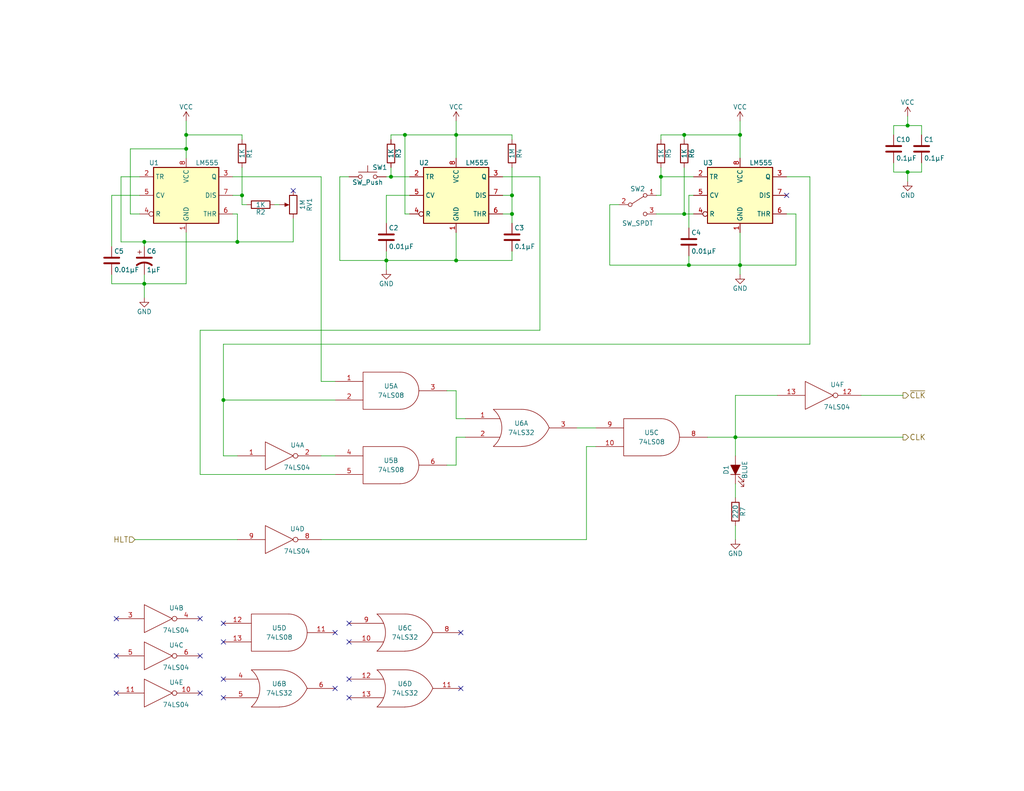
<source format=kicad_sch>
(kicad_sch (version 20230121) (generator eeschema)
  (paper "USLetter")
  (lib_symbols
    (symbol "8bit-computer-rescue:74LS04-8bit-computer-rescue" (pin_names (offset 0.762))
      (property "Reference" "U" (at 4.953 2.921 0))
      (property "Value" "8bit-computer-rescue:74LS04" (at 4.826 -3.175 0))
      (symbol "74LS04-8bit-computer-rescue_0_0"
        (polyline (pts (xy -3.81 3.81) (xy -3.81 -3.81) (xy 3.81 0) (xy -3.81 3.81)))
        (pin power_in line (at -1.27 2.54 90) (length 0) hide (name "VCC") (number "14"))
        (pin power_in line (at -1.27 -2.54 90) (length 0) hide (name "GND") (number "7"))
      )
      (symbol "74LS04-8bit-computer-rescue_1_1"
        (pin input line (at -11.43 0 0) (length 7.62) (name "~") (number "1"))
        (pin output inverted (at 11.43 0 180) (length 7.62) (name "~") (number "2"))
      )
      (symbol "74LS04-8bit-computer-rescue_1_2"
        (pin input inverted (at -11.43 0 0) (length 7.62) (name "~") (number "1"))
        (pin output line (at 11.43 0 180) (length 7.62) (name "~") (number "2"))
      )
      (symbol "74LS04-8bit-computer-rescue_2_1"
        (pin input line (at -11.43 0 0) (length 7.62) (name "~") (number "3"))
        (pin output inverted (at 11.43 0 180) (length 7.62) (name "~") (number "4"))
      )
      (symbol "74LS04-8bit-computer-rescue_2_2"
        (pin input inverted (at -11.43 0 0) (length 7.62) (name "~") (number "3"))
        (pin output line (at 11.43 0 180) (length 7.62) (name "~") (number "4"))
      )
      (symbol "74LS04-8bit-computer-rescue_3_1"
        (pin input line (at -11.43 0 0) (length 7.62) (name "~") (number "5"))
        (pin output inverted (at 11.43 0 180) (length 7.62) (name "~") (number "6"))
      )
      (symbol "74LS04-8bit-computer-rescue_3_2"
        (pin input inverted (at -11.43 0 0) (length 7.62) (name "~") (number "5"))
        (pin output line (at 11.43 0 180) (length 7.62) (name "~") (number "6"))
      )
      (symbol "74LS04-8bit-computer-rescue_4_1"
        (pin output inverted (at 11.43 0 180) (length 7.62) (name "~") (number "8"))
        (pin input line (at -11.43 0 0) (length 7.62) (name "~") (number "9"))
      )
      (symbol "74LS04-8bit-computer-rescue_4_2"
        (pin output line (at 11.43 0 180) (length 7.62) (name "~") (number "8"))
        (pin input inverted (at -11.43 0 0) (length 7.62) (name "~") (number "9"))
      )
      (symbol "74LS04-8bit-computer-rescue_5_1"
        (pin output inverted (at 11.43 0 180) (length 7.62) (name "~") (number "10"))
        (pin input line (at -11.43 0 0) (length 7.62) (name "~") (number "11"))
      )
      (symbol "74LS04-8bit-computer-rescue_5_2"
        (pin output line (at 11.43 0 180) (length 7.62) (name "~") (number "10"))
        (pin input inverted (at -11.43 0 0) (length 7.62) (name "~") (number "11"))
      )
      (symbol "74LS04-8bit-computer-rescue_6_1"
        (pin output inverted (at 11.43 0 180) (length 7.62) (name "~") (number "12"))
        (pin input line (at -11.43 0 0) (length 7.62) (name "~") (number "13"))
      )
      (symbol "74LS04-8bit-computer-rescue_6_2"
        (pin output line (at 11.43 0 180) (length 7.62) (name "~") (number "12"))
        (pin input inverted (at -11.43 0 0) (length 7.62) (name "~") (number "13"))
      )
    )
    (symbol "8bit-computer-rescue:74LS08-8bit-computer-rescue" (pin_names (offset 0.762))
      (property "Reference" "U" (at 0 1.27 0))
      (property "Value" "8bit-computer-rescue:74LS08" (at 0 -1.27 0))
      (symbol "74LS08-8bit-computer-rescue_0_0"
        (pin power_in line (at -5.08 5.08 90) (length 0) hide (name "VCC") (number "14"))
        (pin power_in line (at -5.08 -5.08 90) (length 0) hide (name "GND") (number "7"))
      )
      (symbol "74LS08-8bit-computer-rescue_0_1"
        (polyline (pts (xy 2.54 5.08) (xy -7.62 5.08) (xy -7.62 -5.08) (xy 2.54 -5.08)))
        (arc (start 2.5654 -5.0546) (mid 7.5947 0.0001) (end 2.5654 5.08))
      )
      (symbol "74LS08-8bit-computer-rescue_0_2"
        (arc (start -7.62 -5.0292) (mid -5.3094 0.0082) (end -7.62 5.0546))
        (arc (start 0 -5.0546) (mid 4.5632 -3.6449) (end 7.5946 0.0508))
        (polyline (pts (xy -7.62 -5.08) (xy 0 -5.08)))
        (polyline (pts (xy -7.62 5.08) (xy 0 5.08)))
        (arc (start 7.62 0) (mid 4.6132 3.6946) (end 0.0508 5.08))
      )
      (symbol "74LS08-8bit-computer-rescue_1_1"
        (pin input line (at -15.24 2.54 0) (length 7.62) (name "~") (number "1"))
        (pin input line (at -15.24 -2.54 0) (length 7.62) (name "~") (number "2"))
        (pin output line (at 15.24 0 180) (length 7.62) (name "~") (number "3"))
      )
      (symbol "74LS08-8bit-computer-rescue_1_2"
        (pin input inverted (at -15.24 2.54 0) (length 9.398) (name "~") (number "1"))
        (pin input inverted (at -15.24 -2.54 0) (length 9.398) (name "~") (number "2"))
        (pin output inverted (at 15.24 0 180) (length 7.62) (name "~") (number "3"))
      )
      (symbol "74LS08-8bit-computer-rescue_2_1"
        (pin input line (at -15.24 2.54 0) (length 7.62) (name "~") (number "4"))
        (pin input line (at -15.24 -2.54 0) (length 7.62) (name "~") (number "5"))
        (pin output line (at 15.24 0 180) (length 7.62) (name "~") (number "6"))
      )
      (symbol "74LS08-8bit-computer-rescue_2_2"
        (pin input inverted (at -15.24 2.54 0) (length 9.398) (name "~") (number "4"))
        (pin input inverted (at -15.24 -2.54 0) (length 9.398) (name "~") (number "5"))
        (pin output inverted (at 15.24 0 180) (length 7.62) (name "~") (number "6"))
      )
      (symbol "74LS08-8bit-computer-rescue_3_1"
        (pin input line (at -15.24 -2.54 0) (length 7.62) (name "~") (number "10"))
        (pin output line (at 15.24 0 180) (length 7.62) (name "~") (number "8"))
        (pin input line (at -15.24 2.54 0) (length 7.62) (name "~") (number "9"))
      )
      (symbol "74LS08-8bit-computer-rescue_3_2"
        (pin input inverted (at -15.24 -2.54 0) (length 9.398) (name "~") (number "10"))
        (pin output inverted (at 15.24 0 180) (length 7.62) (name "~") (number "8"))
        (pin input inverted (at -15.24 2.54 0) (length 9.398) (name "~") (number "9"))
      )
      (symbol "74LS08-8bit-computer-rescue_4_1"
        (pin output line (at 15.24 0 180) (length 7.62) (name "~") (number "11"))
        (pin input line (at -15.24 2.54 0) (length 7.62) (name "~") (number "12"))
        (pin input line (at -15.24 -2.54 0) (length 7.62) (name "~") (number "13"))
      )
      (symbol "74LS08-8bit-computer-rescue_4_2"
        (pin output inverted (at 15.24 0 180) (length 7.62) (name "~") (number "11"))
        (pin input inverted (at -15.24 2.54 0) (length 9.398) (name "~") (number "12"))
        (pin input inverted (at -15.24 -2.54 0) (length 9.398) (name "~") (number "13"))
      )
    )
    (symbol "8bit-computer-rescue:74LS32-8bit-computer-rescue" (pin_names (offset 0.762))
      (property "Reference" "U" (at 0 1.27 0))
      (property "Value" "8bit-computer-rescue:74LS32" (at 0 -1.27 0))
      (symbol "74LS32-8bit-computer-rescue_0_0"
        (pin power_in line (at -5.08 5.08 90) (length 0) hide (name "VCC") (number "14"))
        (pin power_in line (at -5.08 -5.08 90) (length 0) hide (name "GND") (number "7"))
      )
      (symbol "74LS32-8bit-computer-rescue_0_1"
        (arc (start -7.62 -5.0292) (mid -5.3094 0.0082) (end -7.62 5.0546))
        (arc (start 0 -5.0546) (mid 4.5632 -3.6449) (end 7.5946 0.0508))
        (polyline (pts (xy -7.62 -5.08) (xy 0 -5.08)))
        (polyline (pts (xy -7.62 5.08) (xy 0 5.08)))
        (arc (start 7.62 0) (mid 4.6132 3.6946) (end 0.0508 5.08))
      )
      (symbol "74LS32-8bit-computer-rescue_0_2"
        (polyline (pts (xy 2.54 5.08) (xy -7.62 5.08) (xy -7.62 -5.08) (xy 2.54 -5.08)))
        (arc (start 2.5654 -5.0546) (mid 7.5947 0.0001) (end 2.5654 5.08))
      )
      (symbol "74LS32-8bit-computer-rescue_1_1"
        (pin input line (at -15.24 2.54 0) (length 9.398) (name "~") (number "1"))
        (pin input line (at -15.24 -2.54 0) (length 9.398) (name "~") (number "2"))
        (pin output line (at 15.24 0 180) (length 7.62) (name "~") (number "3"))
      )
      (symbol "74LS32-8bit-computer-rescue_1_2"
        (pin input inverted (at -15.24 2.54 0) (length 7.62) (name "~") (number "1"))
        (pin input inverted (at -15.24 -2.54 0) (length 7.62) (name "~") (number "2"))
        (pin output inverted (at 15.24 0 180) (length 7.62) (name "~") (number "3"))
      )
      (symbol "74LS32-8bit-computer-rescue_2_1"
        (pin input line (at -15.24 2.54 0) (length 9.398) (name "~") (number "4"))
        (pin input line (at -15.24 -2.54 0) (length 9.398) (name "~") (number "5"))
        (pin output line (at 15.24 0 180) (length 7.62) (name "~") (number "6"))
      )
      (symbol "74LS32-8bit-computer-rescue_2_2"
        (pin input inverted (at -15.24 2.54 0) (length 7.62) (name "~") (number "4"))
        (pin input inverted (at -15.24 -2.54 0) (length 7.62) (name "~") (number "5"))
        (pin output inverted (at 15.24 0 180) (length 7.62) (name "~") (number "6"))
      )
      (symbol "74LS32-8bit-computer-rescue_3_1"
        (pin input line (at -15.24 -2.54 0) (length 9.398) (name "~") (number "10"))
        (pin output line (at 15.24 0 180) (length 7.62) (name "~") (number "8"))
        (pin input line (at -15.24 2.54 0) (length 9.398) (name "~") (number "9"))
      )
      (symbol "74LS32-8bit-computer-rescue_3_2"
        (pin input inverted (at -15.24 -2.54 0) (length 7.62) (name "~") (number "10"))
        (pin output inverted (at 15.24 0 180) (length 7.62) (name "~") (number "8"))
        (pin input inverted (at -15.24 2.54 0) (length 7.62) (name "~") (number "9"))
      )
      (symbol "74LS32-8bit-computer-rescue_4_1"
        (pin output line (at 15.24 0 180) (length 7.62) (name "~") (number "11"))
        (pin input line (at -15.24 2.54 0) (length 9.398) (name "~") (number "12"))
        (pin input line (at -15.24 -2.54 0) (length 9.398) (name "~") (number "13"))
      )
      (symbol "74LS32-8bit-computer-rescue_4_2"
        (pin output inverted (at 15.24 0 180) (length 7.62) (name "~") (number "11"))
        (pin input inverted (at -15.24 2.54 0) (length 7.62) (name "~") (number "12"))
        (pin input inverted (at -15.24 -2.54 0) (length 7.62) (name "~") (number "13"))
      )
    )
    (symbol "8bit-computer-rescue:CP1-Device" (pin_numbers hide) (pin_names (offset 0.254) hide)
      (property "Reference" "C" (at 0.635 2.54 0))
      (property "Value" "Device:CP1" (at 0.635 -2.54 0))
      (symbol "CP1-Device_0_1"
        (polyline (pts (xy -2.032 0.762) (xy 2.032 0.762)) (stroke (width 0.508)))
        (polyline (pts (xy -1.778 2.286) (xy -0.762 2.286)))
        (polyline (pts (xy -1.27 1.778) (xy -1.27 2.794)))
        (arc (start 2.032 -1.27) (mid 0 -0.5572) (end -2.032 -1.27) (stroke (width 0.508)))
      )
      (symbol "CP1-Device_1_1"
        (pin passive line (at 0 3.81 270) (length 2.794) (name "~") (number "1"))
        (pin passive line (at 0 -3.81 90) (length 3.302) (name "~") (number "2"))
      )
    )
    (symbol "8bit-computer-rescue:LED_ALT-Device" (pin_numbers hide) (pin_names (offset 1.016) hide)
      (property "Reference" "D" (at 0 2.54 0))
      (property "Value" "Device:LED_ALT" (at 0 -2.54 0))
      (symbol "LED_ALT-Device_0_1"
        (polyline (pts (xy -1.27 -1.27) (xy -1.27 1.27)) (stroke (width 0.2032)))
        (polyline (pts (xy -1.27 0) (xy 1.27 0)))
        (polyline (pts (xy 1.27 -1.27) (xy 1.27 1.27) (xy -1.27 0) (xy 1.27 -1.27)) (stroke (width 0.2032)) (fill (type outline)))
        (polyline (pts (xy -3.048 -0.762) (xy -4.572 -2.286) (xy -3.81 -2.286) (xy -4.572 -2.286) (xy -4.572 -1.524)))
        (polyline (pts (xy -1.778 -0.762) (xy -3.302 -2.286) (xy -2.54 -2.286) (xy -3.302 -2.286) (xy -3.302 -1.524)))
      )
      (symbol "LED_ALT-Device_1_1"
        (pin passive line (at -3.81 0 0) (length 2.54) (name "K") (number "1"))
        (pin passive line (at 3.81 0 180) (length 2.54) (name "A") (number "2"))
      )
    )
    (symbol "8bit-computer-rescue:LM555-8bit-computer-rescue"
      (property "Reference" "U" (at -10.16 8.89 0))
      (property "Value" "8bit-computer-rescue:LM555" (at 2.54 8.89 0))
      (symbol "LM555-8bit-computer-rescue_0_0"
        (pin power_in line (at 0 -10.16 90) (length 2.54) (name "GND") (number "1"))
        (pin power_in line (at 0 10.16 270) (length 2.54) (name "VCC") (number "8"))
      )
      (symbol "LM555-8bit-computer-rescue_0_1"
        (rectangle (start -8.89 -7.62) (end 8.89 7.62) (stroke (width 0.254)) (fill (type background)))
        (rectangle (start -8.89 -7.62) (end 8.89 7.62) (stroke (width 0.254)) (fill (type background)))
      )
      (symbol "LM555-8bit-computer-rescue_1_1"
        (pin input line (at -12.7 5.08 0) (length 3.81) (name "TR") (number "2"))
        (pin output line (at 12.7 5.08 180) (length 3.81) (name "Q") (number "3"))
        (pin input inverted (at -12.7 -5.08 0) (length 3.81) (name "R") (number "4"))
        (pin input line (at -12.7 0 0) (length 3.81) (name "CV") (number "5"))
        (pin input line (at 12.7 -5.08 180) (length 3.81) (name "THR") (number "6"))
        (pin input line (at 12.7 0 180) (length 3.81) (name "DIS") (number "7"))
      )
    )
    (symbol "8bit-computer-rescue:POT-8bit-computer-rescue" (pin_numbers hide) (pin_names (offset 1.016) hide)
      (property "Reference" "RV" (at -4.445 0 90))
      (property "Value" "8bit-computer-rescue:POT" (at -2.54 0 90))
      (symbol "POT-8bit-computer-rescue_0_1"
        (polyline (pts (xy 2.54 0) (xy 1.524 0)))
        (polyline (pts (xy 1.143 0) (xy 2.286 0.508) (xy 2.286 -0.508)) (fill (type outline)))
        (rectangle (start 1.016 2.54) (end -1.016 -2.54) (stroke (width 0.254)))
      )
      (symbol "POT-8bit-computer-rescue_1_1"
        (pin passive line (at 0 3.81 270) (length 1.27) (name "1") (number "1"))
        (pin passive line (at 3.81 0 180) (length 1.27) (name "2") (number "2"))
        (pin passive line (at 0 -3.81 90) (length 1.27) (name "3") (number "3"))
      )
    )
    (symbol "8bit-computer-rescue:SW_Push-8bit-computer-rescue" (pin_numbers hide) (pin_names (offset 1.016) hide)
      (property "Reference" "SW" (at 1.27 2.54 0))
      (property "Value" "8bit-computer-rescue:SW_Push" (at 0 -1.524 0))
      (symbol "SW_Push-8bit-computer-rescue_0_1"
        (circle (center -2.032 0) (radius 0.508))
        (polyline (pts (xy 0 1.27) (xy 0 3.048)))
        (polyline (pts (xy 2.54 1.27) (xy -2.54 1.27)))
        (circle (center 2.032 0) (radius 0.508))
        (pin passive line (at -5.08 0 0) (length 2.54) (name "1") (number "1"))
        (pin passive line (at 5.08 0 180) (length 2.54) (name "2") (number "2"))
      )
    )
    (symbol "8bit-computer-rescue:SW_SPDT-8bit-computer-rescue" (pin_names (offset 0) hide)
      (property "Reference" "SW" (at 0 4.318 0))
      (property "Value" "8bit-computer-rescue:SW_SPDT" (at 0 -5.08 0))
      (symbol "SW_SPDT-8bit-computer-rescue_0_0"
        (circle (center -2.032 0) (radius 0.508))
        (circle (center 2.032 -2.54) (radius 0.508))
      )
      (symbol "SW_SPDT-8bit-computer-rescue_0_1"
        (polyline (pts (xy -1.524 0.254) (xy 1.651 2.286)))
        (circle (center 2.032 2.54) (radius 0.508))
      )
      (symbol "SW_SPDT-8bit-computer-rescue_1_1"
        (pin passive line (at 5.08 2.54 180) (length 2.54) (name "A") (number "1"))
        (pin passive line (at -5.08 0 0) (length 2.54) (name "B") (number "2"))
        (pin passive line (at 5.08 -2.54 180) (length 2.54) (name "C") (number "3"))
      )
    )
    (symbol "Device:C" (pin_numbers hide) (pin_names (offset 0.254))
      (property "Reference" "C" (at 0.635 2.54 0))
      (property "Value" "C" (at 0.635 -2.54 0))
      (symbol "C_0_1"
        (polyline (pts (xy -2.032 -0.762) (xy 2.032 -0.762)) (stroke (width 0.508)))
        (polyline (pts (xy -2.032 0.762) (xy 2.032 0.762)) (stroke (width 0.508)))
      )
      (symbol "C_1_1"
        (pin passive line (at 0 3.81 270) (length 2.794) (name "~") (number "1"))
        (pin passive line (at 0 -3.81 90) (length 2.794) (name "~") (number "2"))
      )
    )
    (symbol "Device:R" (pin_numbers hide) (pin_names (offset 0))
      (property "Reference" "R" (at 2.032 0 90))
      (property "Value" "R" (at 0 0 90))
      (symbol "R_0_1"
        (rectangle (start -1.016 -2.54) (end 1.016 2.54) (stroke (width 0.254)))
      )
      (symbol "R_1_1"
        (pin passive line (at 0 3.81 270) (length 1.27) (name "~") (number "1"))
        (pin passive line (at 0 -3.81 90) (length 1.27) (name "~") (number "2"))
      )
    )
    (symbol "power:GND" (power) (pin_names (offset 0))
      (property "Value" "GND" (at 0 -3.81 0))
      (symbol "GND_0_1"
        (polyline (pts (xy 0 0) (xy 0 -1.27) (xy 1.27 -1.27) (xy 0 -2.54) (xy -1.27 -1.27) (xy 0 -1.27)))
      )
      (symbol "GND_1_1"
        (pin power_in line (at 0 0 270) (length 0) hide (name "GND") (number "1"))
      )
    )
    (symbol "power:VCC" (power) (pin_names (offset 0))
      (property "Value" "VCC" (at 0 3.81 0))
      (symbol "VCC_0_1"
        (polyline (pts (xy -0.762 1.27) (xy 0 2.54)))
        (polyline (pts (xy 0 0) (xy 0 2.54)))
        (polyline (pts (xy 0 2.54) (xy 0.762 1.27)))
      )
      (symbol "VCC_1_1"
        (pin power_in line (at 0 0 90) (length 0) hide (name "VCC") (number "1"))
      )
    )
  )
  (junction (at 105.41 71.12))
  (junction (at 106.68 48.26))
  (junction (at 139.7 53.34))
  (junction (at 186.69 58.42))
  (junction (at 39.37 66.04))
  (junction (at 110.49 36.83))
  (junction (at 50.8 40.64))
  (junction (at 201.93 72.39))
  (junction (at 64.77 66.04))
  (junction (at 60.96 109.22))
  (junction (at 201.93 36.83))
  (junction (at 180.34 48.26))
  (junction (at 50.8 36.83))
  (junction (at 247.65 46.99))
  (junction (at 124.46 71.12))
  (junction (at 247.65 34.29))
  (junction (at 39.37 77.47))
  (junction (at 187.96 72.39))
  (junction (at 186.69 36.83))
  (junction (at 124.46 36.83))
  (junction (at 139.7 58.42))
  (junction (at 66.04 53.34))
  (junction (at 200.66 119.38))
  (no_connect (at 95.25 170.18))
  (no_connect (at 125.73 172.72))
  (no_connect (at 60.96 175.26))
  (no_connect (at 95.25 190.5))
  (no_connect (at 60.96 190.5))
  (no_connect (at 91.44 172.72))
  (no_connect (at 31.75 189.23))
  (no_connect (at 31.75 179.07))
  (no_connect (at 60.96 185.42))
  (no_connect (at 95.25 175.26))
  (no_connect (at 54.61 189.23))
  (no_connect (at 125.73 187.96))
  (no_connect (at 54.61 179.07))
  (no_connect (at 95.25 185.42))
  (no_connect (at 80.01 52.07))
  (no_connect (at 31.75 168.91))
  (no_connect (at 214.63 53.34))
  (no_connect (at 60.96 170.18))
  (no_connect (at 91.44 187.96))
  (no_connect (at 54.61 168.91))
  (wire (pts (xy 60.96 93.98) (xy 60.96 109.22)))
  (wire (pts (xy 124.46 119.38) (xy 124.46 127)))
  (wire (pts (xy 247.65 46.99) (xy 251.46 46.99)))
  (wire (pts (xy 60.96 124.46) (xy 64.77 124.46)))
  (wire (pts (xy 30.48 77.47) (xy 39.37 77.47)))
  (wire (pts (xy 251.46 34.29) (xy 251.46 36.83)))
  (wire (pts (xy 243.84 46.99) (xy 247.65 46.99)))
  (wire (pts (xy 64.77 66.04) (xy 80.01 66.04)))
  (wire (pts (xy 180.34 45.72) (xy 180.34 48.26)))
  (wire (pts (xy 66.04 38.1) (xy 66.04 36.83)))
  (wire (pts (xy 105.41 68.58) (xy 105.41 71.12)))
  (wire (pts (xy 139.7 36.83) (xy 139.7 38.1)))
  (wire (pts (xy 251.46 44.45) (xy 251.46 46.99)))
  (wire (pts (xy 38.1 53.34) (xy 30.48 53.34)))
  (wire (pts (xy 180.34 48.26) (xy 189.23 48.26)))
  (wire (pts (xy 110.49 58.42) (xy 111.76 58.42)))
  (wire (pts (xy 247.65 49.53) (xy 247.65 46.99)))
  (wire (pts (xy 139.7 71.12) (xy 139.7 68.58)))
  (wire (pts (xy 137.16 53.34) (xy 139.7 53.34)))
  (wire (pts (xy 166.37 72.39) (xy 187.96 72.39)))
  (wire (pts (xy 180.34 53.34) (xy 179.07 53.34)))
  (wire (pts (xy 180.34 36.83) (xy 186.69 36.83)))
  (wire (pts (xy 64.77 66.04) (xy 64.77 58.42)))
  (wire (pts (xy 66.04 55.88) (xy 67.31 55.88)))
  (wire (pts (xy 30.48 74.93) (xy 30.48 77.47)))
  (wire (pts (xy 110.49 36.83) (xy 124.46 36.83)))
  (wire (pts (xy 60.96 93.98) (xy 220.98 93.98)))
  (wire (pts (xy 50.8 77.47) (xy 50.8 63.5)))
  (wire (pts (xy 243.84 44.45) (xy 243.84 46.99)))
  (wire (pts (xy 200.66 119.38) (xy 200.66 124.46)))
  (wire (pts (xy 92.71 48.26) (xy 92.71 71.12)))
  (wire (pts (xy 179.07 58.42) (xy 186.69 58.42)))
  (wire (pts (xy 186.69 45.72) (xy 186.69 58.42)))
  (wire (pts (xy 50.8 36.83) (xy 50.8 40.64)))
  (wire (pts (xy 124.46 71.12) (xy 139.7 71.12)))
  (wire (pts (xy 200.66 132.08) (xy 200.66 135.89)))
  (wire (pts (xy 124.46 36.83) (xy 139.7 36.83)))
  (wire (pts (xy 38.1 48.26) (xy 33.02 48.26)))
  (wire (pts (xy 54.61 90.17) (xy 54.61 129.54)))
  (wire (pts (xy 220.98 93.98) (xy 220.98 48.26)))
  (wire (pts (xy 87.63 147.32) (xy 160.02 147.32)))
  (wire (pts (xy 200.66 119.38) (xy 246.38 119.38)))
  (wire (pts (xy 35.56 58.42) (xy 35.56 40.64)))
  (wire (pts (xy 105.41 53.34) (xy 105.41 60.96)))
  (wire (pts (xy 106.68 45.72) (xy 106.68 48.26)))
  (wire (pts (xy 187.96 53.34) (xy 187.96 62.23)))
  (wire (pts (xy 39.37 77.47) (xy 39.37 81.28)))
  (wire (pts (xy 66.04 45.72) (xy 66.04 53.34)))
  (wire (pts (xy 60.96 109.22) (xy 60.96 124.46)))
  (wire (pts (xy 33.02 48.26) (xy 33.02 66.04)))
  (wire (pts (xy 124.46 71.12) (xy 124.46 63.5)))
  (wire (pts (xy 110.49 58.42) (xy 110.49 36.83)))
  (wire (pts (xy 200.66 147.32) (xy 200.66 143.51)))
  (wire (pts (xy 139.7 58.42) (xy 137.16 58.42)))
  (wire (pts (xy 35.56 40.64) (xy 50.8 40.64)))
  (wire (pts (xy 87.63 104.14) (xy 91.44 104.14)))
  (wire (pts (xy 124.46 36.83) (xy 124.46 43.18)))
  (wire (pts (xy 217.17 58.42) (xy 214.63 58.42)))
  (wire (pts (xy 66.04 36.83) (xy 50.8 36.83)))
  (wire (pts (xy 201.93 33.02) (xy 201.93 36.83)))
  (wire (pts (xy 139.7 58.42) (xy 139.7 60.96)))
  (wire (pts (xy 36.83 147.32) (xy 64.77 147.32)))
  (wire (pts (xy 60.96 109.22) (xy 91.44 109.22)))
  (wire (pts (xy 54.61 129.54) (xy 91.44 129.54)))
  (wire (pts (xy 139.7 53.34) (xy 139.7 58.42)))
  (wire (pts (xy 201.93 36.83) (xy 201.93 43.18)))
  (wire (pts (xy 38.1 58.42) (xy 35.56 58.42)))
  (wire (pts (xy 186.69 58.42) (xy 189.23 58.42)))
  (wire (pts (xy 111.76 53.34) (xy 105.41 53.34)))
  (wire (pts (xy 137.16 48.26) (xy 147.32 48.26)))
  (wire (pts (xy 106.68 36.83) (xy 110.49 36.83)))
  (wire (pts (xy 63.5 48.26) (xy 87.63 48.26)))
  (wire (pts (xy 39.37 66.04) (xy 64.77 66.04)))
  (wire (pts (xy 247.65 34.29) (xy 247.65 31.75)))
  (wire (pts (xy 189.23 53.34) (xy 187.96 53.34)))
  (wire (pts (xy 193.04 119.38) (xy 200.66 119.38)))
  (wire (pts (xy 201.93 63.5) (xy 201.93 72.39)))
  (wire (pts (xy 168.91 55.88) (xy 166.37 55.88)))
  (wire (pts (xy 157.48 116.84) (xy 162.56 116.84)))
  (wire (pts (xy 74.93 55.88) (xy 76.2 55.88)))
  (wire (pts (xy 201.93 72.39) (xy 201.93 74.93)))
  (wire (pts (xy 87.63 48.26) (xy 87.63 104.14)))
  (wire (pts (xy 105.41 48.26) (xy 106.68 48.26)))
  (wire (pts (xy 124.46 33.02) (xy 124.46 36.83)))
  (wire (pts (xy 64.77 58.42) (xy 63.5 58.42)))
  (wire (pts (xy 180.34 48.26) (xy 180.34 53.34)))
  (wire (pts (xy 180.34 38.1) (xy 180.34 36.83)))
  (wire (pts (xy 50.8 40.64) (xy 50.8 43.18)))
  (wire (pts (xy 220.98 48.26) (xy 214.63 48.26)))
  (wire (pts (xy 127 119.38) (xy 124.46 119.38)))
  (wire (pts (xy 186.69 36.83) (xy 201.93 36.83)))
  (wire (pts (xy 160.02 121.92) (xy 162.56 121.92)))
  (wire (pts (xy 247.65 34.29) (xy 251.46 34.29)))
  (wire (pts (xy 124.46 106.68) (xy 124.46 114.3)))
  (wire (pts (xy 139.7 45.72) (xy 139.7 53.34)))
  (wire (pts (xy 105.41 71.12) (xy 124.46 71.12)))
  (wire (pts (xy 33.02 66.04) (xy 39.37 66.04)))
  (wire (pts (xy 187.96 69.85) (xy 187.96 72.39)))
  (wire (pts (xy 124.46 127) (xy 121.92 127)))
  (wire (pts (xy 87.63 124.46) (xy 91.44 124.46)))
  (wire (pts (xy 243.84 36.83) (xy 243.84 34.29)))
  (wire (pts (xy 147.32 90.17) (xy 54.61 90.17)))
  (wire (pts (xy 30.48 53.34) (xy 30.48 67.31)))
  (wire (pts (xy 92.71 71.12) (xy 105.41 71.12)))
  (wire (pts (xy 201.93 72.39) (xy 217.17 72.39)))
  (wire (pts (xy 121.92 106.68) (xy 124.46 106.68)))
  (wire (pts (xy 106.68 48.26) (xy 111.76 48.26)))
  (wire (pts (xy 39.37 66.04) (xy 39.37 67.31)))
  (wire (pts (xy 66.04 53.34) (xy 66.04 55.88)))
  (wire (pts (xy 217.17 72.39) (xy 217.17 58.42)))
  (wire (pts (xy 186.69 38.1) (xy 186.69 36.83)))
  (wire (pts (xy 187.96 72.39) (xy 201.93 72.39)))
  (wire (pts (xy 80.01 66.04) (xy 80.01 59.69)))
  (wire (pts (xy 105.41 71.12) (xy 105.41 73.66)))
  (wire (pts (xy 160.02 147.32) (xy 160.02 121.92)))
  (wire (pts (xy 246.38 107.95) (xy 234.95 107.95)))
  (wire (pts (xy 124.46 114.3) (xy 127 114.3)))
  (wire (pts (xy 39.37 77.47) (xy 50.8 77.47)))
  (wire (pts (xy 166.37 55.88) (xy 166.37 72.39)))
  (wire (pts (xy 200.66 107.95) (xy 200.66 119.38)))
  (wire (pts (xy 147.32 48.26) (xy 147.32 90.17)))
  (wire (pts (xy 50.8 33.02) (xy 50.8 36.83)))
  (wire (pts (xy 243.84 34.29) (xy 247.65 34.29)))
  (wire (pts (xy 39.37 74.93) (xy 39.37 77.47)))
  (wire (pts (xy 63.5 53.34) (xy 66.04 53.34)))
  (wire (pts (xy 95.25 48.26) (xy 92.71 48.26)))
  (wire (pts (xy 106.68 36.83) (xy 106.68 38.1)))
  (wire (pts (xy 200.66 107.95) (xy 212.09 107.95)))
  (hierarchical_label "CLK" (shape output) (at 246.38 119.38 0) (effects (font (size 1.524 1.524))))
  (hierarchical_label "~{CLK}" (shape output) (at 246.38 107.95 0) (effects (font (size 1.524 1.524))))
  (hierarchical_label "HLT" (shape input) (at 36.83 147.32 180) (effects (font (size 1.524 1.524))))
  (symbol (lib_id "8bit-computer-rescue:LM555-8bit-computer-rescue") (at 50.8 53.34 0) (unit 1)
    (property "Reference" "U1" (at 40.64 44.45 0) (effects (justify left)))
    (property "Value" "LM555" (at 53.34 44.45 0) (effects (justify left)))
    (property "Footprint" "Package_DIP:DIP-8_W7.62mm" (effects hide))
  )
  (symbol (lib_id "Device:R") (at 66.04 41.91 0) (unit 1)
    (property "Reference" "R1" (at 68.072 41.91 90))
    (property "Value" "1K" (at 66.04 41.91 90))
    (property "Footprint" "Resistor_THT:R_Axial_DIN0207_L6.3mm_D2.5mm_P7.62mm_Horizontal" (effects hide))
  )
  (symbol (lib_id "Device:R") (at 106.68 41.91 0) (unit 1)
    (property "Reference" "R3" (at 108.712 41.91 90))
    (property "Value" "1K" (at 106.68 41.91 90))
    (property "Footprint" "Resistor_THT:R_Axial_DIN0207_L6.3mm_D2.5mm_P7.62mm_Horizontal" (effects hide))
  )
  (symbol (lib_id "Device:R") (at 186.69 41.91 0) (unit 1)
    (property "Reference" "R6" (at 188.722 41.91 90))
    (property "Value" "1K" (at 186.69 41.91 90))
    (property "Footprint" "Resistor_THT:R_Axial_DIN0207_L6.3mm_D2.5mm_P7.62mm_Horizontal" (effects hide))
  )
  (symbol (lib_id "Device:R") (at 180.34 41.91 0) (unit 1)
    (property "Reference" "R5" (at 182.372 41.91 90))
    (property "Value" "1K" (at 180.34 41.91 90))
    (property "Footprint" "Resistor_THT:R_Axial_DIN0207_L6.3mm_D2.5mm_P7.62mm_Horizontal" (effects hide))
  )
  (symbol (lib_id "Device:R") (at 139.7 41.91 0) (unit 1)
    (property "Reference" "R4" (at 141.732 41.91 90))
    (property "Value" "1M" (at 139.7 41.91 90))
    (property "Footprint" "Resistor_THT:R_Axial_DIN0207_L6.3mm_D2.5mm_P7.62mm_Horizontal" (effects hide))
  )
  (symbol (lib_id "8bit-computer-rescue:POT-8bit-computer-rescue") (at 80.01 55.88 180) (unit 1)
    (property "Reference" "RV1" (at 84.455 55.88 90))
    (property "Value" "1M" (at 82.55 55.88 90))
    (property "Footprint" "8bit-custom-footprints:Potentiometer-5.5mm" (effects hide))
  )
  (symbol (lib_id "Device:C") (at 30.48 71.12 0) (unit 1)
    (property "Reference" "C5" (at 31.115 68.58 0) (effects (justify left)))
    (property "Value" "0.01µF" (at 31.115 73.66 0) (effects (justify left)))
    (property "Footprint" "Capacitor_THT:C_Disc_D4.3mm_W1.9mm_P5.00mm" (effects hide))
  )
  (symbol (lib_id "Device:C") (at 105.41 64.77 0) (unit 1)
    (property "Reference" "C2" (at 106.045 62.23 0) (effects (justify left)))
    (property "Value" "0.01µF" (at 106.045 67.31 0) (effects (justify left)))
    (property "Footprint" "Capacitor_THT:C_Disc_D4.3mm_W1.9mm_P5.00mm" (effects hide))
  )
  (symbol (lib_id "Device:C") (at 187.96 66.04 0) (unit 1)
    (property "Reference" "C4" (at 188.595 63.5 0) (effects (justify left)))
    (property "Value" "0.01µF" (at 188.595 68.58 0) (effects (justify left)))
    (property "Footprint" "Capacitor_THT:C_Disc_D4.3mm_W1.9mm_P5.00mm" (effects hide))
  )
  (symbol (lib_id "Device:C") (at 139.7 64.77 0) (unit 1)
    (property "Reference" "C3" (at 140.335 62.23 0) (effects (justify left)))
    (property "Value" "0.1µF" (at 140.335 67.31 0) (effects (justify left)))
    (property "Footprint" "Capacitor_THT:C_Disc_D4.3mm_W1.9mm_P5.00mm" (effects hide))
  )
  (symbol (lib_id "Device:C") (at 251.46 40.64 0) (unit 1)
    (property "Reference" "C1" (at 252.095 38.1 0) (effects (justify left)))
    (property "Value" "0.1µF" (at 252.095 43.18 0) (effects (justify left)))
    (property "Footprint" "Capacitor_THT:C_Disc_D4.3mm_W1.9mm_P5.00mm" (effects hide))
  )
  (symbol (lib_id "8bit-computer-rescue:CP1-Device") (at 39.37 71.12 0) (unit 1)
    (property "Reference" "C6" (at 40.005 68.58 0) (effects (justify left)))
    (property "Value" "1µF" (at 40.005 73.66 0) (effects (justify left)))
    (property "Footprint" "Capacitor_THT:CP_Radial_D5.0mm_P2.00mm" (effects hide))
  )
  (symbol (lib_id "8bit-computer-rescue:LM555-8bit-computer-rescue") (at 201.93 53.34 0) (unit 1)
    (property "Reference" "U3" (at 191.77 44.45 0) (effects (justify left)))
    (property "Value" "LM555" (at 204.47 44.45 0) (effects (justify left)))
    (property "Footprint" "Package_DIP:DIP-8_W7.62mm" (effects hide))
  )
  (symbol (lib_id "8bit-computer-rescue:LM555-8bit-computer-rescue") (at 124.46 53.34 0) (unit 1)
    (property "Reference" "U2" (at 114.3 44.45 0) (effects (justify left)))
    (property "Value" "LM555" (at 127 44.45 0) (effects (justify left)))
    (property "Footprint" "Package_DIP:DIP-8_W7.62mm" (effects hide))
  )
  (symbol (lib_id "8bit-computer-rescue:74LS04-8bit-computer-rescue") (at 76.2 124.46 0) (unit 1)
    (property "Reference" "U4" (at 81.153 121.539 0))
    (property "Value" "74LS04" (at 81.026 127.635 0))
    (property "Footprint" "Package_DIP:DIP-14_W7.62mm" (effects hide))
  )
  (symbol (lib_id "8bit-computer-rescue:74LS08-8bit-computer-rescue") (at 106.68 106.68 0) (unit 1)
    (property "Reference" "U5" (at 106.68 105.41 0))
    (property "Value" "74LS08" (at 106.68 107.95 0))
    (property "Footprint" "Package_DIP:DIP-14_W7.62mm" (effects hide))
  )
  (symbol (lib_id "8bit-computer-rescue:74LS32-8bit-computer-rescue") (at 142.24 116.84 0) (unit 1)
    (property "Reference" "U6" (at 142.24 115.57 0))
    (property "Value" "74LS32" (at 142.24 118.11 0))
    (property "Footprint" "Package_DIP:DIP-14_W7.62mm" (effects hide))
  )
  (symbol (lib_id "8bit-computer-rescue:SW_SPDT-8bit-computer-rescue") (at 173.99 55.88 0) (unit 1)
    (property "Reference" "SW2" (at 173.99 51.562 0))
    (property "Value" "SW_SPDT" (at 173.99 60.96 0))
    (property "Footprint" "8bit-custom-footprints:DPDT-pushbutton" (effects hide))
  )
  (symbol (lib_id "8bit-computer-rescue:SW_Push-8bit-computer-rescue") (at 100.33 48.26 0) (unit 1)
    (property "Reference" "SW1" (at 101.6 45.72 0) (effects (justify left)))
    (property "Value" "SW_Push" (at 100.33 49.784 0))
    (property "Footprint" "Button_Switch_THT:SW_PUSH_6mm_H5mm" (effects hide))
  )
  (symbol (lib_id "8bit-computer-rescue:LED_ALT-Device") (at 200.66 128.27 90) (unit 1)
    (property "Reference" "D1" (at 198.12 128.27 0))
    (property "Value" "BLUE" (at 203.2 128.27 0))
    (property "Footprint" "LED_THT:LED_D5.0mm" (effects hide))
  )
  (symbol (lib_id "Device:R") (at 200.66 139.7 0) (unit 1)
    (property "Reference" "R7" (at 202.692 139.7 90))
    (property "Value" "220" (at 200.66 139.7 90))
    (property "Footprint" "Resistor_THT:R_Axial_DIN0207_L6.3mm_D2.5mm_P7.62mm_Horizontal" (effects hide))
  )
  (symbol (lib_id "power:GND") (at 39.37 81.28 0) (unit 1)
    (property "Reference" "#PWR05" (effects hide))
    (property "Value" "GND" (at 39.37 85.09 0))
  )
  (symbol (lib_id "power:GND") (at 105.41 73.66 0) (unit 1)
    (property "Reference" "#PWR06" (effects hide))
    (property "Value" "GND" (at 105.41 77.47 0))
  )
  (symbol (lib_id "power:GND") (at 201.93 74.93 0) (unit 1)
    (property "Reference" "#PWR07" (effects hide))
    (property "Value" "GND" (at 201.93 78.74 0))
  )
  (symbol (lib_id "8bit-computer-rescue:74LS08-8bit-computer-rescue") (at 106.68 127 0) (unit 2)
    (property "Reference" "U5" (at 106.68 125.73 0))
    (property "Value" "74LS08" (at 106.68 128.27 0))
    (property "Footprint" "Package_DIP:DIP-14_W7.62mm" (effects hide))
  )
  (symbol (lib_id "8bit-computer-rescue:74LS08-8bit-computer-rescue") (at 177.8 119.38 0) (unit 3)
    (property "Reference" "U5" (at 177.8 118.11 0))
    (property "Value" "74LS08" (at 177.8 120.65 0))
    (property "Footprint" "Package_DIP:DIP-14_W7.62mm" (effects hide))
  )
  (symbol (lib_id "8bit-computer-rescue:74LS04-8bit-computer-rescue") (at 76.2 147.32 0) (unit 4)
    (property "Reference" "U4" (at 81.153 144.399 0))
    (property "Value" "74LS04" (at 81.026 150.495 0))
    (property "Footprint" "Package_DIP:DIP-14_W7.62mm" (effects hide))
  )
  (symbol (lib_id "8bit-computer-rescue:74LS04-8bit-computer-rescue") (at 223.52 107.95 0) (unit 6)
    (property "Reference" "U4" (at 228.473 105.029 0))
    (property "Value" "74LS04" (at 228.346 111.125 0))
    (property "Footprint" "Package_DIP:DIP-14_W7.62mm" (effects hide))
  )
  (symbol (lib_id "power:GND") (at 200.66 147.32 0) (unit 1)
    (property "Reference" "#PWR08" (effects hide))
    (property "Value" "GND" (at 200.66 151.13 0))
  )
  (symbol (lib_id "power:GND") (at 247.65 49.53 0) (unit 1)
    (property "Reference" "#PWR09" (effects hide))
    (property "Value" "GND" (at 247.65 53.34 0))
  )
  (symbol (lib_id "8bit-computer-rescue:74LS04-8bit-computer-rescue") (at 43.18 168.91 0) (unit 2)
    (property "Reference" "U4" (at 48.133 165.989 0))
    (property "Value" "74LS04" (at 48.006 172.085 0))
    (property "Footprint" "Package_DIP:DIP-14_W7.62mm" (effects hide))
  )
  (symbol (lib_id "8bit-computer-rescue:74LS04-8bit-computer-rescue") (at 43.18 179.07 0) (unit 3)
    (property "Reference" "U4" (at 48.133 176.149 0))
    (property "Value" "74LS04" (at 48.006 182.245 0))
    (property "Footprint" "Package_DIP:DIP-14_W7.62mm" (effects hide))
  )
  (symbol (lib_id "8bit-computer-rescue:74LS04-8bit-computer-rescue") (at 43.18 189.23 0) (unit 5)
    (property "Reference" "U4" (at 48.133 186.309 0))
    (property "Value" "74LS04" (at 48.006 192.405 0))
    (property "Footprint" "Package_DIP:DIP-14_W7.62mm" (effects hide))
  )
  (symbol (lib_id "8bit-computer-rescue:74LS08-8bit-computer-rescue") (at 76.2 172.72 0) (unit 4)
    (property "Reference" "U5" (at 76.2 171.45 0))
    (property "Value" "74LS08" (at 76.2 173.99 0))
    (property "Footprint" "Package_DIP:DIP-14_W7.62mm" (effects hide))
  )
  (symbol (lib_id "8bit-computer-rescue:74LS32-8bit-computer-rescue") (at 76.2 187.96 0) (unit 2)
    (property "Reference" "U6" (at 76.2 186.69 0))
    (property "Value" "74LS32" (at 76.2 189.23 0))
    (property "Footprint" "Package_DIP:DIP-14_W7.62mm" (effects hide))
  )
  (symbol (lib_id "8bit-computer-rescue:74LS32-8bit-computer-rescue") (at 110.49 172.72 0) (unit 3)
    (property "Reference" "U6" (at 110.49 171.45 0))
    (property "Value" "74LS32" (at 110.49 173.99 0))
    (property "Footprint" "Package_DIP:DIP-14_W7.62mm" (effects hide))
  )
  (symbol (lib_id "8bit-computer-rescue:74LS32-8bit-computer-rescue") (at 110.49 187.96 0) (unit 4)
    (property "Reference" "U6" (at 110.49 186.69 0))
    (property "Value" "74LS32" (at 110.49 189.23 0))
    (property "Footprint" "Package_DIP:DIP-14_W7.62mm" (effects hide))
  )
  (symbol (lib_id "power:VCC") (at 50.8 33.02 0) (unit 1)
    (property "Reference" "#PWR010" (effects hide))
    (property "Value" "VCC" (at 50.8 29.21 0))
  )
  (symbol (lib_id "power:VCC") (at 124.46 33.02 0) (unit 1)
    (property "Reference" "#PWR011" (effects hide))
    (property "Value" "VCC" (at 124.46 29.21 0))
  )
  (symbol (lib_id "power:VCC") (at 201.93 33.02 0) (unit 1)
    (property "Reference" "#PWR012" (effects hide))
    (property "Value" "VCC" (at 201.93 29.21 0))
  )
  (symbol (lib_id "power:VCC") (at 247.65 31.75 0) (unit 1)
    (property "Reference" "#PWR013" (effects hide))
    (property "Value" "VCC" (at 247.65 27.94 0))
  )
  (symbol (lib_id "Device:R") (at 71.12 55.88 270) (unit 1)
    (property "Reference" "R2" (at 71.12 57.912 90))
    (property "Value" "1K" (at 71.12 55.88 90))
    (property "Footprint" "Resistor_THT:R_Axial_DIN0207_L6.3mm_D2.5mm_P7.62mm_Horizontal" (effects hide))
  )
  (symbol (lib_id "Device:C") (at 243.84 40.64 0) (unit 1)
    (property "Reference" "C10" (at 244.475 38.1 0) (effects (justify left)))
    (property "Value" "0.1µF" (at 244.475 43.18 0) (effects (justify left)))
    (property "Footprint" "Capacitor_THT:C_Disc_D4.3mm_W1.9mm_P5.00mm" (effects hide))
  )
)
</source>
